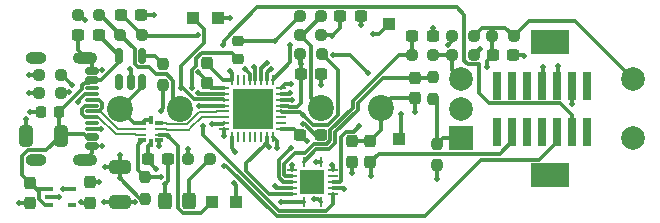
<source format=gbr>
%TF.GenerationSoftware,KiCad,Pcbnew,9.0.2*%
%TF.CreationDate,2025-10-12T11:55:11+02:00*%
%TF.ProjectId,synthmate_L432,73796e74-686d-4617-9465-5f4c3433322e,rev?*%
%TF.SameCoordinates,Original*%
%TF.FileFunction,Copper,L1,Top*%
%TF.FilePolarity,Positive*%
%FSLAX46Y46*%
G04 Gerber Fmt 4.6, Leading zero omitted, Abs format (unit mm)*
G04 Created by KiCad (PCBNEW 9.0.2) date 2025-10-12 11:55:11*
%MOMM*%
%LPD*%
G01*
G04 APERTURE LIST*
G04 Aperture macros list*
%AMRoundRect*
0 Rectangle with rounded corners*
0 $1 Rounding radius*
0 $2 $3 $4 $5 $6 $7 $8 $9 X,Y pos of 4 corners*
0 Add a 4 corners polygon primitive as box body*
4,1,4,$2,$3,$4,$5,$6,$7,$8,$9,$2,$3,0*
0 Add four circle primitives for the rounded corners*
1,1,$1+$1,$2,$3*
1,1,$1+$1,$4,$5*
1,1,$1+$1,$6,$7*
1,1,$1+$1,$8,$9*
0 Add four rect primitives between the rounded corners*
20,1,$1+$1,$2,$3,$4,$5,0*
20,1,$1+$1,$4,$5,$6,$7,0*
20,1,$1+$1,$6,$7,$8,$9,0*
20,1,$1+$1,$8,$9,$2,$3,0*%
G04 Aperture macros list end*
%TA.AperFunction,SMDPad,CuDef*%
%ADD10R,1.000000X1.000000*%
%TD*%
%TA.AperFunction,ComponentPad*%
%ADD11C,2.200000*%
%TD*%
%TA.AperFunction,SMDPad,CuDef*%
%ADD12R,0.280000X0.850000*%
%TD*%
%TA.AperFunction,SMDPad,CuDef*%
%ADD13R,0.850000X0.280000*%
%TD*%
%TA.AperFunction,SMDPad,CuDef*%
%ADD14R,2.050000X2.050000*%
%TD*%
%TA.AperFunction,SMDPad,CuDef*%
%ADD15RoundRect,0.237500X0.237500X-0.300000X0.237500X0.300000X-0.237500X0.300000X-0.237500X-0.300000X0*%
%TD*%
%TA.AperFunction,SMDPad,CuDef*%
%ADD16RoundRect,0.237500X-0.250000X-0.237500X0.250000X-0.237500X0.250000X0.237500X-0.250000X0.237500X0*%
%TD*%
%TA.AperFunction,SMDPad,CuDef*%
%ADD17RoundRect,0.218750X0.218750X0.256250X-0.218750X0.256250X-0.218750X-0.256250X0.218750X-0.256250X0*%
%TD*%
%TA.AperFunction,SMDPad,CuDef*%
%ADD18RoundRect,0.237500X-0.300000X-0.237500X0.300000X-0.237500X0.300000X0.237500X-0.300000X0.237500X0*%
%TD*%
%TA.AperFunction,SMDPad,CuDef*%
%ADD19R,0.704800X0.300000*%
%TD*%
%TA.AperFunction,SMDPad,CuDef*%
%ADD20R,0.704850X0.249936*%
%TD*%
%TA.AperFunction,SMDPad,CuDef*%
%ADD21R,0.350012X0.754888*%
%TD*%
%TA.AperFunction,SMDPad,CuDef*%
%ADD22RoundRect,0.218750X-0.256250X0.218750X-0.256250X-0.218750X0.256250X-0.218750X0.256250X0.218750X0*%
%TD*%
%TA.AperFunction,SMDPad,CuDef*%
%ADD23RoundRect,0.100000X-0.225000X-0.100000X0.225000X-0.100000X0.225000X0.100000X-0.225000X0.100000X0*%
%TD*%
%TA.AperFunction,SMDPad,CuDef*%
%ADD24RoundRect,0.237500X0.250000X0.237500X-0.250000X0.237500X-0.250000X-0.237500X0.250000X-0.237500X0*%
%TD*%
%TA.AperFunction,SMDPad,CuDef*%
%ADD25RoundRect,0.237500X-0.237500X0.300000X-0.237500X-0.300000X0.237500X-0.300000X0.237500X0.300000X0*%
%TD*%
%TA.AperFunction,SMDPad,CuDef*%
%ADD26R,0.740000X2.400000*%
%TD*%
%TA.AperFunction,SMDPad,CuDef*%
%ADD27RoundRect,0.237500X-0.237500X0.250000X-0.237500X-0.250000X0.237500X-0.250000X0.237500X0.250000X0*%
%TD*%
%TA.AperFunction,SMDPad,CuDef*%
%ADD28RoundRect,0.237500X0.237500X-0.250000X0.237500X0.250000X-0.237500X0.250000X-0.237500X-0.250000X0*%
%TD*%
%TA.AperFunction,SMDPad,CuDef*%
%ADD29RoundRect,0.150000X0.150000X-0.512500X0.150000X0.512500X-0.150000X0.512500X-0.150000X-0.512500X0*%
%TD*%
%TA.AperFunction,SMDPad,CuDef*%
%ADD30RoundRect,0.150000X-0.425000X0.150000X-0.425000X-0.150000X0.425000X-0.150000X0.425000X0.150000X0*%
%TD*%
%TA.AperFunction,SMDPad,CuDef*%
%ADD31RoundRect,0.075000X-0.500000X0.075000X-0.500000X-0.075000X0.500000X-0.075000X0.500000X0.075000X0*%
%TD*%
%TA.AperFunction,HeatsinkPad*%
%ADD32O,2.100000X1.000000*%
%TD*%
%TA.AperFunction,HeatsinkPad*%
%ADD33O,1.800000X1.000000*%
%TD*%
%TA.AperFunction,SMDPad,CuDef*%
%ADD34RoundRect,0.237500X0.300000X0.237500X-0.300000X0.237500X-0.300000X-0.237500X0.300000X-0.237500X0*%
%TD*%
%TA.AperFunction,SMDPad,CuDef*%
%ADD35RoundRect,0.250000X-0.325000X-0.450000X0.325000X-0.450000X0.325000X0.450000X-0.325000X0.450000X0*%
%TD*%
%TA.AperFunction,SMDPad,CuDef*%
%ADD36RoundRect,0.250000X0.325000X0.650000X-0.325000X0.650000X-0.325000X-0.650000X0.325000X-0.650000X0*%
%TD*%
%TA.AperFunction,HeatsinkPad*%
%ADD37R,3.450000X3.450000*%
%TD*%
%TA.AperFunction,SMDPad,CuDef*%
%ADD38RoundRect,0.062500X0.062500X0.375000X-0.062500X0.375000X-0.062500X-0.375000X0.062500X-0.375000X0*%
%TD*%
%TA.AperFunction,SMDPad,CuDef*%
%ADD39RoundRect,0.062500X0.375000X0.062500X-0.375000X0.062500X-0.375000X-0.062500X0.375000X-0.062500X0*%
%TD*%
%TA.AperFunction,SMDPad,CuDef*%
%ADD40RoundRect,0.250000X-0.650000X0.325000X-0.650000X-0.325000X0.650000X-0.325000X0.650000X0.325000X0*%
%TD*%
%TA.AperFunction,ComponentPad*%
%ADD41R,2.000000X2.000000*%
%TD*%
%TA.AperFunction,ComponentPad*%
%ADD42C,2.000000*%
%TD*%
%TA.AperFunction,ComponentPad*%
%ADD43R,3.200000X2.000000*%
%TD*%
%TA.AperFunction,ViaPad*%
%ADD44C,0.500000*%
%TD*%
%TA.AperFunction,Conductor*%
%ADD45C,0.300000*%
%TD*%
%TA.AperFunction,Conductor*%
%ADD46C,0.200000*%
%TD*%
G04 APERTURE END LIST*
D10*
%TO.P,TP6,1,1*%
%TO.N,LPUART_TX*%
X124410000Y-49580000D03*
%TD*%
%TO.P,TP5,1,1*%
%TO.N,LPUART_RX*%
X123530000Y-39810000D03*
%TD*%
%TO.P,TP4,1,1*%
%TO.N,usb_switch*%
X109090000Y-39340000D03*
%TD*%
%TO.P,TP3,1,1*%
%TO.N,Net-(U1-PA15)*%
X110590000Y-54890000D03*
%TD*%
%TO.P,TP2,1,1*%
%TO.N,USART1_RX*%
X108530000Y-54880000D03*
%TD*%
%TO.P,TP1,1,1*%
%TO.N,Net-(U1-PA9)*%
X107000000Y-39340000D03*
%TD*%
D11*
%TO.P,SW2,2,2*%
%TO.N,Net-(R10-Pad1)*%
X105880000Y-47000000D03*
%TO.P,SW2,1,1*%
%TO.N,GND*%
X100800000Y-47000000D03*
%TD*%
D12*
%TO.P,U6,1*%
%TO.N,Net-(C6-Pad1)*%
X116315000Y-51505000D03*
D13*
%TO.P,U6,2*%
%TO.N,enc_A*%
X115340000Y-52230000D03*
%TO.P,U6,3*%
%TO.N,Net-(C7-Pad1)*%
X115340000Y-52730000D03*
%TO.P,U6,4*%
%TO.N,enc_B*%
X115340000Y-53230000D03*
%TO.P,U6,5*%
%TO.N,Net-(C10-Pad1)*%
X115340000Y-53730000D03*
%TO.P,U6,6*%
%TO.N,BOOT0*%
X115340000Y-54230000D03*
D12*
%TO.P,U6,7,GND*%
%TO.N,GND*%
X116315000Y-54955000D03*
%TO.P,U6,8*%
%TO.N,pushbutton_A*%
X117815000Y-54955000D03*
D13*
%TO.P,U6,9*%
%TO.N,Net-(C8-Pad1)*%
X118790000Y-54230000D03*
%TO.P,U6,10*%
%TO.N,pushbutton_B*%
X118790000Y-53730000D03*
%TO.P,U6,11*%
%TO.N,Net-(C9-Pad1)*%
X118790000Y-53230000D03*
%TO.P,U6,12*%
%TO.N,unconnected-(U6-Pad12)*%
X118790000Y-52730000D03*
%TO.P,U6,13*%
%TO.N,GND*%
X118790000Y-52230000D03*
D12*
%TO.P,U6,14,3.3V*%
%TO.N,3V3*%
X117815000Y-51505000D03*
D14*
%TO.P,U6,15*%
%TO.N,N/C*%
X117065000Y-53230000D03*
%TD*%
D15*
%TO.P,C13,2*%
%TO.N,GND*%
X120380000Y-49775000D03*
%TO.P,C13,1*%
%TO.N,3V3*%
X120380000Y-51500000D03*
%TD*%
D16*
%TO.P,R13,1*%
%TO.N,Net-(R11-Pad1)*%
X115985000Y-40740000D03*
%TO.P,R13,2*%
%TO.N,Net-(C9-Pad1)*%
X117810000Y-40740000D03*
%TD*%
D17*
%TO.P,D2,1,K*%
%TO.N,5V*%
X95637500Y-47300000D03*
%TO.P,D2,2,A*%
%TO.N,GND*%
X94062500Y-47300000D03*
%TD*%
D16*
%TO.P,R6,1*%
%TO.N,Net-(R6-Pad1)*%
X128887500Y-42500000D03*
%TO.P,R6,2*%
%TO.N,3V3*%
X130712500Y-42500000D03*
%TD*%
D18*
%TO.P,C15,1*%
%TO.N,3V3*%
X103137500Y-51300000D03*
%TO.P,C15,2*%
%TO.N,GND*%
X104862500Y-51300000D03*
%TD*%
D19*
%TO.P,U2,1,1D+*%
%TO.N,USART1_TX*%
X104117400Y-49702445D03*
D20*
%TO.P,U2,2,1D-*%
%TO.N,USART1_RX*%
X104117400Y-49202444D03*
%TO.P,U2,3,2D+*%
%TO.N,/usb_mcu_P*%
X104117400Y-48702444D03*
D19*
%TO.P,U2,4,2D-*%
%TO.N,/usb_mcu_N*%
X104117400Y-48202443D03*
D21*
%TO.P,U2,5,GND*%
%TO.N,GND*%
X103390000Y-48000000D03*
D19*
%TO.P,U2,6,\u002AOE*%
X102662600Y-48202443D03*
D20*
%TO.P,U2,7,D-*%
%TO.N,/usb_N*%
X102662600Y-48702444D03*
%TO.P,U2,8,D+*%
%TO.N,/usb_P*%
X102662600Y-49202444D03*
D19*
%TO.P,U2,9,S*%
%TO.N,usb_switch*%
X102662600Y-49702445D03*
D21*
%TO.P,U2,10,VCC*%
%TO.N,3V3*%
X103390000Y-49904888D03*
%TD*%
D22*
%TO.P,D3,1,K*%
%TO.N,3V3*%
X110780000Y-41245000D03*
%TO.P,D3,2,A*%
%TO.N,USART1_RX*%
X110780000Y-42820000D03*
%TD*%
D18*
%TO.P,C10,1*%
%TO.N,Net-(C10-Pad1)*%
X132350000Y-42500000D03*
%TO.P,C10,2*%
%TO.N,GND*%
X134075000Y-42500000D03*
%TD*%
D23*
%TO.P,U3,1,VIN*%
%TO.N,5V*%
X94780000Y-53840000D03*
%TO.P,U3,2,GND*%
%TO.N,GND*%
X94780000Y-54490000D03*
%TO.P,U3,3,EN*%
%TO.N,5V*%
X94780000Y-55140000D03*
%TO.P,U3,4,NC*%
%TO.N,unconnected-(U3-NC-Pad4)*%
X96680000Y-55140000D03*
%TO.P,U3,5,VOUT*%
%TO.N,3V3*%
X96680000Y-53840000D03*
%TD*%
D24*
%TO.P,R11,1*%
%TO.N,Net-(R11-Pad1)*%
X117810000Y-39190000D03*
%TO.P,R11,2*%
%TO.N,3V3*%
X115985000Y-39190000D03*
%TD*%
D25*
%TO.P,C6,1*%
%TO.N,Net-(C6-Pad1)*%
X125750000Y-44420000D03*
%TO.P,C6,2*%
%TO.N,GND*%
X125750000Y-46145000D03*
%TD*%
D18*
%TO.P,C12,1*%
%TO.N,3V3*%
X116037500Y-49240000D03*
%TO.P,C12,2*%
%TO.N,GND*%
X117762500Y-49240000D03*
%TD*%
D24*
%TO.P,R1,1*%
%TO.N,Net-(R1-Pad1)*%
X130712500Y-40900000D03*
%TO.P,R1,2*%
%TO.N,3V3*%
X128887500Y-40900000D03*
%TD*%
D16*
%TO.P,R3,1*%
%TO.N,GND*%
X93937500Y-44150000D03*
%TO.P,R3,2*%
%TO.N,Net-(J1-CC2)*%
X95762500Y-44150000D03*
%TD*%
D24*
%TO.P,R5,1*%
%TO.N,NRST*%
X117850000Y-42370000D03*
%TO.P,R5,2*%
%TO.N,3V3*%
X116025000Y-42370000D03*
%TD*%
D15*
%TO.P,C11,2*%
%TO.N,GND*%
X108120000Y-43127500D03*
%TO.P,C11,1*%
%TO.N,3V3*%
X108120000Y-44852500D03*
%TD*%
D16*
%TO.P,R14,1*%
%TO.N,Net-(C10-Pad1)*%
X132287500Y-40900000D03*
%TO.P,R14,2*%
%TO.N,Net-(R1-Pad1)*%
X134112500Y-40900000D03*
%TD*%
D18*
%TO.P,C5,1*%
%TO.N,3V3*%
X116065000Y-44070000D03*
%TO.P,C5,2*%
%TO.N,GND*%
X117790000Y-44070000D03*
%TD*%
D26*
%TO.P,J8,1,NC*%
%TO.N,unconnected-(J8-NC-Pad1)*%
X140330000Y-45050000D03*
%TO.P,J8,2,NC*%
%TO.N,unconnected-(J8-NC-Pad2)*%
X140330000Y-48950000D03*
%TO.P,J8,3,VCC*%
%TO.N,3V3*%
X139060000Y-45050000D03*
%TO.P,J8,4,JTMS/SWDIO*%
%TO.N,SWDIO*%
X139060000Y-48950000D03*
%TO.P,J8,5,GND*%
%TO.N,GND*%
X137790000Y-45050000D03*
%TO.P,J8,6,JCLK/SWCLK*%
%TO.N,SWCLK*%
X137790000Y-48950000D03*
%TO.P,J8,7,GND*%
%TO.N,GND*%
X136520000Y-45050000D03*
%TO.P,J8,8,JTDO/SWO*%
%TO.N,unconnected-(J8-JTDO{slash}SWO-Pad8)*%
X136520000Y-48950000D03*
%TO.P,J8,9,JRCLK/NC*%
%TO.N,unconnected-(J8-JRCLK{slash}NC-Pad9)*%
X135250000Y-45050000D03*
%TO.P,J8,10,JTDI/NC*%
%TO.N,unconnected-(J8-JTDI{slash}NC-Pad10)*%
X135250000Y-48950000D03*
%TO.P,J8,11,GNDDetect*%
%TO.N,unconnected-(J8-GNDDetect-Pad11)*%
X133980000Y-45050000D03*
%TO.P,J8,12,~{RST}*%
%TO.N,NRST*%
X133980000Y-48950000D03*
%TO.P,J8,13,VCP_RX*%
%TO.N,unconnected-(J8-VCP_RX-Pad13)*%
X132710000Y-45050000D03*
%TO.P,J8,14,VCP_TX*%
%TO.N,unconnected-(J8-VCP_TX-Pad14)*%
X132710000Y-48950000D03*
%TD*%
D27*
%TO.P,R16,1*%
%TO.N,Net-(U4-Y)*%
X104450000Y-43197500D03*
%TO.P,R16,2*%
%TO.N,USART1_TX*%
X104450000Y-45022500D03*
%TD*%
%TO.P,R8,1*%
%TO.N,Net-(C6-Pad1)*%
X127300000Y-44370000D03*
%TO.P,R8,2*%
%TO.N,Net-(R7-Pad1)*%
X127300000Y-46195000D03*
%TD*%
D28*
%TO.P,R18,1*%
%TO.N,3V3*%
X102930000Y-54620000D03*
%TO.P,R18,2*%
%TO.N,usb_switch*%
X102930000Y-52795000D03*
%TD*%
D16*
%TO.P,R4,1*%
%TO.N,LED*%
X106575000Y-51300000D03*
%TO.P,R4,2*%
%TO.N,Net-(D1-A)*%
X108400000Y-51300000D03*
%TD*%
D24*
%TO.P,R10,2*%
%TO.N,3V3*%
X97185000Y-39080000D03*
%TO.P,R10,1*%
%TO.N,Net-(R10-Pad1)*%
X99010000Y-39080000D03*
%TD*%
D29*
%TO.P,U4,1,NC*%
%TO.N,unconnected-(U4-NC-Pad1)*%
X100730000Y-44795000D03*
%TO.P,U4,2,A*%
%TO.N,Net-(U1-PA9)*%
X101680000Y-44795000D03*
%TO.P,U4,3,GND*%
%TO.N,GND*%
X102630000Y-44795000D03*
%TO.P,U4,4,Y*%
%TO.N,Net-(U4-Y)*%
X102630000Y-42520000D03*
%TO.P,U4,5,VCC*%
%TO.N,5V*%
X100730000Y-42520000D03*
%TD*%
D15*
%TO.P,C2,2*%
%TO.N,GND*%
X121980000Y-49775000D03*
%TO.P,C2,1*%
%TO.N,NRST*%
X121980000Y-51500000D03*
%TD*%
D30*
%TO.P,J1,A1,GND*%
%TO.N,GND*%
X98430000Y-43800000D03*
%TO.P,J1,A4,VBUS*%
%TO.N,5V*%
X98430000Y-44600000D03*
D31*
%TO.P,J1,A5,CC1*%
%TO.N,Net-(J1-CC1)*%
X98430000Y-45750000D03*
%TO.P,J1,A6,D+*%
%TO.N,/usb_P*%
X98430000Y-46750000D03*
%TO.P,J1,A7,D-*%
%TO.N,/usb_N*%
X98430000Y-47250000D03*
%TO.P,J1,A8,SBU1*%
%TO.N,unconnected-(J1-SBU1-PadA8)*%
X98430000Y-48250000D03*
D30*
%TO.P,J1,A9,VBUS*%
%TO.N,5V*%
X98430000Y-49400000D03*
%TO.P,J1,A12,GND*%
%TO.N,GND*%
X98430000Y-50200000D03*
%TO.P,J1,B1,GND*%
X98430000Y-50200000D03*
%TO.P,J1,B4,VBUS*%
%TO.N,5V*%
X98430000Y-49400000D03*
D31*
%TO.P,J1,B5,CC2*%
%TO.N,Net-(J1-CC2)*%
X98430000Y-48750000D03*
%TO.P,J1,B6,D+*%
%TO.N,/usb_P*%
X98430000Y-47750000D03*
%TO.P,J1,B7,D-*%
%TO.N,/usb_N*%
X98430000Y-46250000D03*
%TO.P,J1,B8,SBU2*%
%TO.N,unconnected-(J1-SBU2-PadB8)*%
X98430000Y-45250000D03*
D30*
%TO.P,J1,B9,VBUS*%
%TO.N,5V*%
X98430000Y-44600000D03*
%TO.P,J1,B12,GND*%
%TO.N,GND*%
X98430000Y-43800000D03*
D32*
%TO.P,J1,S1,SHIELD*%
X97855000Y-42680000D03*
D33*
X93675000Y-42680000D03*
D32*
X97855000Y-51320000D03*
D33*
X93675000Y-51320000D03*
%TD*%
D34*
%TO.P,C16,1*%
%TO.N,5V*%
X98960000Y-40740000D03*
%TO.P,C16,2*%
%TO.N,GND*%
X97235000Y-40740000D03*
%TD*%
D35*
%TO.P,D1,1,K*%
%TO.N,GND*%
X104590000Y-54830000D03*
%TO.P,D1,2,A*%
%TO.N,Net-(D1-A)*%
X106640000Y-54830000D03*
%TD*%
D18*
%TO.P,C9,1*%
%TO.N,Net-(C9-Pad1)*%
X119435000Y-39190000D03*
%TO.P,C9,2*%
%TO.N,GND*%
X121160000Y-39190000D03*
%TD*%
D27*
%TO.P,R7,1*%
%TO.N,Net-(R7-Pad1)*%
X127660000Y-49990000D03*
%TO.P,R7,2*%
%TO.N,3V3*%
X127660000Y-51815000D03*
%TD*%
D25*
%TO.P,C4,1*%
%TO.N,3V3*%
X98250000Y-53237500D03*
%TO.P,C4,2*%
%TO.N,GND*%
X98250000Y-54962500D03*
%TD*%
D36*
%TO.P,C1,1*%
%TO.N,5V*%
X95775000Y-49300000D03*
%TO.P,C1,2*%
%TO.N,GND*%
X92825000Y-49300000D03*
%TD*%
D18*
%TO.P,C8,1*%
%TO.N,Net-(C8-Pad1)*%
X100830000Y-39080000D03*
%TO.P,C8,2*%
%TO.N,GND*%
X102555000Y-39080000D03*
%TD*%
D16*
%TO.P,R12,1*%
%TO.N,Net-(R10-Pad1)*%
X100815000Y-40760000D03*
%TO.P,R12,2*%
%TO.N,Net-(C8-Pad1)*%
X102640000Y-40760000D03*
%TD*%
D25*
%TO.P,C3,1*%
%TO.N,5V*%
X93170000Y-53277500D03*
%TO.P,C3,2*%
%TO.N,GND*%
X93170000Y-55002500D03*
%TD*%
D16*
%TO.P,R2,1*%
%TO.N,GND*%
X93937500Y-45700000D03*
%TO.P,R2,2*%
%TO.N,Net-(J1-CC1)*%
X95762500Y-45700000D03*
%TD*%
D37*
%TO.P,U1,33,VSS*%
%TO.N,GND*%
X112000000Y-47000000D03*
D38*
%TO.P,U1,32,VSS*%
X113750000Y-49437500D03*
%TO.P,U1,31,PH3*%
%TO.N,BOOT0*%
X113250000Y-49437500D03*
%TO.P,U1,30,PB7*%
%TO.N,PB7*%
X112750000Y-49437500D03*
%TO.P,U1,29,PB6*%
%TO.N,PB6*%
X112250000Y-49437500D03*
%TO.P,U1,28,PB5*%
%TO.N,PB5*%
X111750000Y-49437500D03*
%TO.P,U1,27,PB4*%
%TO.N,PB4*%
X111250000Y-49437500D03*
%TO.P,U1,26,PB3*%
%TO.N,PB3*%
X110750000Y-49437500D03*
%TO.P,U1,25,PA15*%
%TO.N,Net-(U1-PA15)*%
X110250000Y-49437500D03*
D39*
%TO.P,U1,24,PA14*%
%TO.N,SWCLK*%
X109562500Y-48750000D03*
%TO.P,U1,23,PA13*%
%TO.N,SWDIO*%
X109562500Y-48250000D03*
%TO.P,U1,22,PA12*%
%TO.N,/usb_mcu_P*%
X109562500Y-47750000D03*
%TO.P,U1,21,PA11*%
%TO.N,/usb_mcu_N*%
X109562500Y-47250000D03*
%TO.P,U1,20,PA10*%
%TO.N,USART1_RX*%
X109562500Y-46750000D03*
%TO.P,U1,19,PA9*%
%TO.N,Net-(U1-PA9)*%
X109562500Y-46250000D03*
%TO.P,U1,18,PA8*%
%TO.N,LED*%
X109562500Y-45750000D03*
%TO.P,U1,17,VDD*%
%TO.N,3V3*%
X109562500Y-45250000D03*
D38*
%TO.P,U1,16,VSS*%
%TO.N,GND*%
X110250000Y-44562500D03*
%TO.P,U1,15,PB1*%
%TO.N,PB1*%
X110750000Y-44562500D03*
%TO.P,U1,14,PB0*%
%TO.N,PB0*%
X111250000Y-44562500D03*
%TO.P,U1,13,PA7*%
%TO.N,usb_switch*%
X111750000Y-44562500D03*
%TO.P,U1,12,PA6*%
%TO.N,pushbutton_B*%
X112250000Y-44562500D03*
%TO.P,U1,11,PA5*%
%TO.N,pushbutton_A*%
X112750000Y-44562500D03*
%TO.P,U1,10,PA4*%
%TO.N,BOOT0*%
X113250000Y-44562500D03*
%TO.P,U1,9,PA3*%
%TO.N,LPUART_RX*%
X113750000Y-44562500D03*
D39*
%TO.P,U1,8,PA2*%
%TO.N,LPUART_TX*%
X114437500Y-45250000D03*
%TO.P,U1,7,PA1*%
%TO.N,enc_A*%
X114437500Y-45750000D03*
%TO.P,U1,6,PA0*%
%TO.N,enc_B*%
X114437500Y-46250000D03*
%TO.P,U1,5,VDDA*%
%TO.N,3V3*%
X114437500Y-46750000D03*
%TO.P,U1,4,NRST*%
%TO.N,NRST*%
X114437500Y-47250000D03*
%TO.P,U1,3,PC15*%
%TO.N,unconnected-(U1-PC15-Pad3)*%
X114437500Y-47750000D03*
%TO.P,U1,2,PC14*%
%TO.N,unconnected-(U1-PC14-Pad2)*%
X114437500Y-48250000D03*
%TO.P,U1,1,VDD*%
%TO.N,3V3*%
X114437500Y-48750000D03*
%TD*%
D40*
%TO.P,C14,1*%
%TO.N,3V3*%
X100750000Y-51975000D03*
%TO.P,C14,2*%
%TO.N,GND*%
X100750000Y-54925000D03*
%TD*%
D16*
%TO.P,R9,1*%
%TO.N,Net-(C7-Pad1)*%
X125487500Y-42500000D03*
%TO.P,R9,2*%
%TO.N,Net-(R6-Pad1)*%
X127312500Y-42500000D03*
%TD*%
D18*
%TO.P,C7,1*%
%TO.N,Net-(C7-Pad1)*%
X125537500Y-40900000D03*
%TO.P,C7,2*%
%TO.N,GND*%
X127262500Y-40900000D03*
%TD*%
D41*
%TO.P,SW1,A,A*%
%TO.N,Net-(R7-Pad1)*%
X129680000Y-49500000D03*
D42*
%TO.P,SW1,B,B*%
%TO.N,Net-(R6-Pad1)*%
X129680000Y-44500000D03*
%TO.P,SW1,C,C*%
%TO.N,GND*%
X129680000Y-47000000D03*
D43*
%TO.P,SW1,MP*%
%TO.N,N/C*%
X137180000Y-41400000D03*
X137180000Y-52600000D03*
D42*
%TO.P,SW1,S1,S1*%
%TO.N,Net-(R1-Pad1)*%
X144180000Y-44500000D03*
%TO.P,SW1,S2,S2*%
%TO.N,GND*%
X144180000Y-49500000D03*
%TD*%
D11*
%TO.P,SW3,1,1*%
%TO.N,Net-(R11-Pad1)*%
X117833733Y-46990000D03*
%TO.P,SW3,2,2*%
%TO.N,GND*%
X122913733Y-46990000D03*
%TD*%
D44*
%TO.N,LPUART_TX*%
X118830000Y-42480000D03*
X115260000Y-44950000D03*
X124580000Y-47460000D03*
X121790000Y-44010000D03*
%TO.N,LPUART_RX*%
X115210000Y-41590000D03*
X122190000Y-40650000D03*
%TO.N,3V3*%
X116065000Y-43190000D03*
%TO.N,usb_switch*%
X110110000Y-39370000D03*
%TO.N,Net-(U1-PA15)*%
X110540000Y-50670000D03*
X110460000Y-53320000D03*
%TO.N,GND*%
X114090000Y-50320000D03*
%TO.N,3V3*%
X116590000Y-49780000D03*
%TO.N,Net-(J1-CC1)*%
X96488238Y-45607896D03*
X97260000Y-46410000D03*
%TO.N,GND*%
X112070000Y-46990000D03*
X110090000Y-43800000D03*
%TO.N,3V3*%
X120390000Y-52490000D03*
X117340000Y-51530000D03*
X100770000Y-50940000D03*
X113860000Y-41245000D03*
X107410000Y-43940000D03*
%TO.N,GND*%
X103680000Y-39080000D03*
%TO.N,3V3*%
X103804106Y-52105894D03*
%TO.N,GND*%
X114380000Y-54940000D03*
X118700000Y-51760000D03*
X125730000Y-47290000D03*
X116280000Y-48340000D03*
X117800000Y-45010000D03*
X121150000Y-39910000D03*
%TO.N,Net-(U1-PA9)*%
X101625000Y-43695000D03*
X105920000Y-45260000D03*
%TO.N,SWDIO*%
X108590000Y-48310000D03*
X109540000Y-41620000D03*
%TO.N,SWCLK*%
X109560000Y-51830000D03*
X109560000Y-49310000D03*
%TO.N,Net-(C10-Pad1)*%
X131850000Y-43490000D03*
X113890000Y-53600000D03*
%TO.N,Net-(C9-Pad1)*%
X118740000Y-40850000D03*
X121040000Y-48510000D03*
%TO.N,Net-(C8-Pad1)*%
X107350000Y-40760000D03*
X107810000Y-48470000D03*
%TO.N,pushbutton_B*%
X112130000Y-43460000D03*
X119770000Y-53810000D03*
%TO.N,pushbutton_A*%
X117190000Y-54680000D03*
X113210161Y-43124132D03*
%TO.N,BOOT0*%
X113420000Y-50290000D03*
X113530000Y-43690000D03*
%TO.N,NRST*%
X122020000Y-52750000D03*
X116310000Y-47550000D03*
%TO.N,enc_B*%
X115300000Y-46308514D03*
X115280000Y-50320000D03*
%TO.N,enc_A*%
X115330000Y-51820000D03*
X115180000Y-45660000D03*
%TO.N,USART1_RX*%
X106860000Y-45230000D03*
%TO.N,Net-(J1-CC2)*%
X99180000Y-48730000D03*
%TO.N,usb_switch*%
X111330000Y-43640000D03*
X104240000Y-52800000D03*
%TO.N,LED*%
X106560000Y-50450000D03*
X107400000Y-45650000D03*
%TO.N,USART1_TX*%
X104280000Y-47250000D03*
X104110000Y-50140000D03*
%TO.N,USART1_RX*%
X107440000Y-46770000D03*
X104830000Y-49290000D03*
%TO.N,3V3*%
X99470000Y-51980000D03*
X100760000Y-52910000D03*
X128540000Y-41620000D03*
X97815000Y-39470000D03*
X95960000Y-53850000D03*
X131270000Y-41920000D03*
X127660000Y-53000000D03*
X99040000Y-53240000D03*
X139070000Y-46620000D03*
%TO.N,GND*%
X99450000Y-54950000D03*
X95610000Y-54530000D03*
X102010000Y-54940000D03*
X127270000Y-40140000D03*
X137860000Y-43420000D03*
X93080000Y-45670000D03*
X92200000Y-54970000D03*
X99290000Y-50160000D03*
X92810000Y-47850000D03*
X93140000Y-47290000D03*
X97460000Y-54940000D03*
X136570000Y-43450000D03*
X99260000Y-43770000D03*
X104610000Y-53430000D03*
X93060000Y-44160000D03*
X134970000Y-42510000D03*
%TO.N,Net-(J1-CC2)*%
X96690000Y-44990000D03*
%TD*%
D45*
%TO.N,SWCLK*%
X109560000Y-51830000D02*
X109770000Y-51830000D01*
X114032000Y-56092000D02*
X126578000Y-56092000D01*
X126578000Y-56092000D02*
X131351000Y-51319000D01*
X109770000Y-51830000D02*
X114032000Y-56092000D01*
X131351000Y-51319000D02*
X136283000Y-51319000D01*
X136283000Y-51319000D02*
X137790000Y-49812000D01*
%TO.N,NRST*%
X133980000Y-49780000D02*
X132950000Y-50810000D01*
X132950000Y-50810000D02*
X122670000Y-50810000D01*
X122670000Y-50810000D02*
X121980000Y-51500000D01*
%TO.N,Net-(C8-Pad1)*%
X107350000Y-40760000D02*
X107241000Y-40869000D01*
X107241000Y-40869000D02*
X102749000Y-40869000D01*
X102749000Y-40869000D02*
X102640000Y-40760000D01*
%TO.N,BOOT0*%
X115340000Y-54230000D02*
X113389052Y-54230000D01*
X112956516Y-50156000D02*
X113156000Y-49956516D01*
X113250000Y-49860000D02*
X113250000Y-49437500D01*
X111480000Y-52320948D02*
X111480000Y-51630000D01*
X112954000Y-50156000D02*
X112956516Y-50156000D01*
X113156000Y-49954000D02*
X113250000Y-49860000D01*
X113389052Y-54230000D02*
X111480000Y-52320948D01*
X111480000Y-51630000D02*
X112954000Y-50156000D01*
X113156000Y-49956516D02*
X113156000Y-49954000D01*
%TO.N,Net-(C8-Pad1)*%
X107810000Y-48470000D02*
X107810000Y-49260474D01*
X118790000Y-55107000D02*
X118790000Y-54230000D01*
X107810000Y-49260474D02*
X114210526Y-55661000D01*
X118236000Y-55661000D02*
X118790000Y-55107000D01*
X114210526Y-55661000D02*
X118236000Y-55661000D01*
%TO.N,LPUART_TX*%
X118830000Y-42480000D02*
X120230000Y-42480000D01*
X120230000Y-42480000D02*
X121760000Y-44010000D01*
X121760000Y-44010000D02*
X121790000Y-44010000D01*
X124580000Y-47460000D02*
X124580000Y-49410000D01*
X114437500Y-45250000D02*
X114737500Y-44950000D01*
X114737500Y-44950000D02*
X115260000Y-44950000D01*
X124580000Y-49410000D02*
X124410000Y-49580000D01*
%TO.N,LPUART_RX*%
X113750000Y-44562500D02*
X115210000Y-43102500D01*
X115210000Y-43102500D02*
X115210000Y-41590000D01*
X122190000Y-40650000D02*
X122690000Y-40650000D01*
X122690000Y-40650000D02*
X123530000Y-39810000D01*
%TO.N,3V3*%
X116065000Y-44070000D02*
X116065000Y-43190000D01*
X116025000Y-42370000D02*
X116025000Y-43150000D01*
X116025000Y-43150000D02*
X116065000Y-43190000D01*
%TO.N,usb_switch*%
X110080000Y-39340000D02*
X110110000Y-39370000D01*
X109090000Y-39340000D02*
X110080000Y-39340000D01*
%TO.N,Net-(U1-PA9)*%
X107000000Y-39340000D02*
X107901000Y-40241000D01*
X107901000Y-40241000D02*
X107901000Y-41459474D01*
X107901000Y-41459474D02*
X105920000Y-43440474D01*
X105920000Y-43440474D02*
X105920000Y-45260000D01*
%TO.N,USART1_RX*%
X110780000Y-42820000D02*
X110219000Y-42259000D01*
X106859000Y-43711768D02*
X106859000Y-44168232D01*
X107244000Y-43389000D02*
X107181768Y-43389000D01*
X110219000Y-42259000D02*
X107711000Y-42259000D01*
X107711000Y-42259000D02*
X107244000Y-42726000D01*
X107244000Y-42726000D02*
X107244000Y-43389000D01*
X107181768Y-43389000D02*
X106859000Y-43711768D01*
X106859000Y-44168232D02*
X106860000Y-44169232D01*
X106860000Y-44169232D02*
X106860000Y-45230000D01*
%TO.N,GND*%
X110250000Y-44562500D02*
X109485000Y-44562500D01*
X109485000Y-44562500D02*
X108120000Y-43197500D01*
X108120000Y-43197500D02*
X108120000Y-43127500D01*
%TO.N,3V3*%
X109562500Y-45250000D02*
X108447500Y-45250000D01*
X108447500Y-45250000D02*
X108120000Y-44922500D01*
X108120000Y-44922500D02*
X108120000Y-44852500D01*
%TO.N,Net-(U1-PA15)*%
X110590000Y-54890000D02*
X110590000Y-53450000D01*
X110590000Y-53450000D02*
X110460000Y-53320000D01*
X110250000Y-50380000D02*
X110250000Y-49437500D01*
X110540000Y-50670000D02*
X110250000Y-50380000D01*
%TO.N,USART1_RX*%
X104830000Y-49290000D02*
X105681000Y-50141000D01*
X105681000Y-50141000D02*
X105681000Y-55403874D01*
X105681000Y-55403874D02*
X106088126Y-55811000D01*
X107599000Y-55811000D02*
X108530000Y-54880000D01*
X106088126Y-55811000D02*
X107599000Y-55811000D01*
%TO.N,GND*%
X104610000Y-53430000D02*
X104862500Y-53177500D01*
X104862500Y-53177500D02*
X104862500Y-51300000D01*
X104590000Y-54830000D02*
X104590000Y-53450000D01*
X104590000Y-53450000D02*
X104610000Y-53430000D01*
%TO.N,Net-(D1-A)*%
X106640000Y-54830000D02*
X106640000Y-53060000D01*
X106640000Y-53060000D02*
X108400000Y-51300000D01*
%TO.N,NRST*%
X114437500Y-47250000D02*
X114487500Y-47300000D01*
X116060000Y-47300000D02*
X116310000Y-47550000D01*
X114487500Y-47300000D02*
X116060000Y-47300000D01*
%TO.N,3V3*%
X114437500Y-46750000D02*
X114962254Y-46750000D01*
X115730486Y-46859514D02*
X116065000Y-46525000D01*
X114962254Y-46750000D02*
X115071768Y-46859514D01*
X115071768Y-46859514D02*
X115730486Y-46859514D01*
X116065000Y-46525000D02*
X116065000Y-44070000D01*
%TO.N,NRST*%
X119214733Y-47562029D02*
X119214733Y-43734733D01*
X116310000Y-47550000D02*
X117131000Y-48371000D01*
X117131000Y-48371000D02*
X118405762Y-48371000D01*
X118405762Y-48371000D02*
X119214733Y-47562029D01*
X119214733Y-43734733D02*
X117850000Y-42370000D01*
%TO.N,Net-(C10-Pad1)*%
X113890000Y-53600000D02*
X114020000Y-53730000D01*
X114020000Y-53730000D02*
X115340000Y-53730000D01*
%TO.N,enc_B*%
X115136033Y-46308514D02*
X115077519Y-46250000D01*
X115300000Y-46308514D02*
X115136033Y-46308514D01*
X115077519Y-46250000D02*
X114437500Y-46250000D01*
%TO.N,GND*%
X114090000Y-49777500D02*
X114090000Y-50320000D01*
X113750000Y-49437500D02*
X114090000Y-49777500D01*
%TO.N,3V3*%
X116050000Y-49240000D02*
X116590000Y-49780000D01*
%TO.N,BOOT0*%
X113420000Y-50290000D02*
X113250000Y-50120000D01*
X113250000Y-50120000D02*
X113250000Y-49437500D01*
%TO.N,Net-(C7-Pad1)*%
X114634000Y-52651000D02*
X114634000Y-51736768D01*
X115340000Y-52730000D02*
X114713000Y-52730000D01*
X115599232Y-50780000D02*
X116430474Y-50780000D01*
X115499768Y-50871000D02*
X115508232Y-50871000D01*
X115508232Y-50871000D02*
X115599232Y-50780000D01*
X114634000Y-51736768D02*
X115499768Y-50871000D01*
X116430474Y-50780000D02*
X117214474Y-49996000D01*
X117214474Y-49996000D02*
X118283852Y-49996000D01*
X120490000Y-46380000D02*
X124370000Y-42500000D01*
X118581000Y-49698852D02*
X118581000Y-48839000D01*
X118283852Y-49996000D02*
X118581000Y-49698852D01*
X114713000Y-52730000D02*
X114634000Y-52651000D01*
X120490000Y-46930000D02*
X120490000Y-46380000D01*
X118581000Y-48839000D02*
X120490000Y-46930000D01*
X124370000Y-42500000D02*
X125487500Y-42500000D01*
%TO.N,3V3*%
X114437500Y-48750000D02*
X115547500Y-48750000D01*
X115547500Y-48750000D02*
X116037500Y-49240000D01*
%TO.N,GND*%
X98430000Y-43800000D02*
X98430000Y-43255000D01*
X98430000Y-43255000D02*
X97855000Y-42680000D01*
X98430000Y-50200000D02*
X98430000Y-50745000D01*
X98430000Y-50745000D02*
X97855000Y-51320000D01*
%TO.N,5V*%
X98430000Y-49400000D02*
X97970000Y-49400000D01*
X97970000Y-49400000D02*
X97734000Y-49164000D01*
X97734000Y-49164000D02*
X95911000Y-49164000D01*
%TO.N,Net-(J1-CC1)*%
X96488238Y-45607896D02*
X95854604Y-45607896D01*
%TO.N,5V*%
X96709000Y-46181768D02*
X96709000Y-46228500D01*
X98337500Y-44600000D02*
X98118500Y-44819000D01*
X98118500Y-44819000D02*
X97780462Y-44819000D01*
X97780462Y-44819000D02*
X97574000Y-45025462D01*
X97574000Y-45363500D02*
X97078500Y-45859000D01*
X97031768Y-45859000D02*
X96709000Y-46181768D01*
X97574000Y-45025462D02*
X97574000Y-45363500D01*
X97078500Y-45859000D02*
X97031768Y-45859000D01*
X96709000Y-46228500D02*
X95637500Y-47300000D01*
%TO.N,Net-(J1-CC1)*%
X97260000Y-46339462D02*
X97260000Y-46410000D01*
X97849462Y-45750000D02*
X97260000Y-46339462D01*
X98430000Y-45750000D02*
X97849462Y-45750000D01*
%TO.N,Net-(J1-CC2)*%
X96690000Y-44990000D02*
X96000000Y-44300000D01*
%TO.N,GND*%
X110250000Y-43960000D02*
X110090000Y-43800000D01*
X110250000Y-44562500D02*
X110250000Y-43960000D01*
%TO.N,3V3*%
X120380000Y-52480000D02*
X120390000Y-52490000D01*
X120380000Y-51500000D02*
X120380000Y-52480000D01*
X117365000Y-51505000D02*
X117340000Y-51530000D01*
X117815000Y-51505000D02*
X117365000Y-51505000D01*
X100750000Y-50960000D02*
X100770000Y-50940000D01*
X100750000Y-51975000D02*
X100750000Y-50960000D01*
X103804106Y-52105894D02*
X103137500Y-51439287D01*
X113930000Y-41245000D02*
X113860000Y-41245000D01*
X108000000Y-44530000D02*
X107410000Y-43940000D01*
X116065000Y-43190000D02*
X116065000Y-42410000D01*
X110780000Y-41245000D02*
X113860000Y-41245000D01*
X113930000Y-41245000D02*
X115985000Y-39190000D01*
%TO.N,GND*%
X102555000Y-39080000D02*
X103680000Y-39080000D01*
X97235000Y-40740000D02*
X97235000Y-42060000D01*
X97235000Y-42060000D02*
X97855000Y-42680000D01*
X102662600Y-48202443D02*
X102002443Y-48202443D01*
X102002443Y-48202443D02*
X100800000Y-47000000D01*
X103390000Y-48000000D02*
X102865043Y-48000000D01*
X102865043Y-48000000D02*
X102662600Y-48202443D01*
X100800000Y-47000000D02*
X102630000Y-45170000D01*
%TO.N,usb_switch*%
X104240000Y-52800000D02*
X103440000Y-52800000D01*
X103440000Y-52800000D02*
X103435000Y-52795000D01*
X103435000Y-52795000D02*
X102930000Y-52795000D01*
%TO.N,3V3*%
X102930000Y-54620000D02*
X102470000Y-54620000D01*
X102470000Y-54620000D02*
X100760000Y-52910000D01*
%TO.N,GND*%
X114395000Y-54955000D02*
X114380000Y-54940000D01*
X116315000Y-54955000D02*
X114395000Y-54955000D01*
X118790000Y-51850000D02*
X118700000Y-51760000D01*
X118790000Y-52230000D02*
X118790000Y-51850000D01*
X125750000Y-47270000D02*
X125730000Y-47290000D01*
X125750000Y-46145000D02*
X125750000Y-47270000D01*
X122913733Y-46990000D02*
X122913733Y-48841267D01*
X122913733Y-48841267D02*
X121980000Y-49775000D01*
X121980000Y-49775000D02*
X120380000Y-49775000D01*
X116414852Y-48340000D02*
X116280000Y-48340000D01*
X117314852Y-49240000D02*
X116414852Y-48340000D01*
X117762500Y-49240000D02*
X117314852Y-49240000D01*
X125750000Y-46145000D02*
X123758733Y-46145000D01*
X123758733Y-46145000D02*
X122913733Y-46990000D01*
X117790000Y-45000000D02*
X117800000Y-45010000D01*
X117790000Y-44070000D02*
X117790000Y-45000000D01*
X121160000Y-39900000D02*
X121150000Y-39910000D01*
X121160000Y-39190000D02*
X121160000Y-39900000D01*
%TO.N,Net-(C9-Pad1)*%
X117810000Y-40740000D02*
X118630000Y-40740000D01*
X118630000Y-40740000D02*
X118740000Y-40850000D01*
%TO.N,Net-(C6-Pad1)*%
X118462378Y-50427000D02*
X119012000Y-49877378D01*
X120921000Y-46558526D02*
X123059526Y-44420000D01*
X119012000Y-49017526D02*
X120921000Y-47108526D01*
X117393000Y-50427000D02*
X118462378Y-50427000D01*
X116315000Y-51505000D02*
X117393000Y-50427000D01*
X119012000Y-49877378D02*
X119012000Y-49017526D01*
X120921000Y-47108526D02*
X120921000Y-46558526D01*
X123059526Y-44420000D02*
X125750000Y-44420000D01*
%TO.N,5V*%
X95775000Y-49300000D02*
X94536000Y-50539000D01*
X94536000Y-50539000D02*
X92951499Y-50539000D01*
X92951499Y-50539000D02*
X92494000Y-50996499D01*
X92494000Y-50996499D02*
X92494000Y-52601500D01*
X92494000Y-52601500D02*
X93170000Y-53277500D01*
X94780000Y-55140000D02*
X94390000Y-55140000D01*
X94390000Y-55140000D02*
X93926000Y-54676000D01*
X93926000Y-54676000D02*
X93926000Y-54033500D01*
X93926000Y-54033500D02*
X93170000Y-53277500D01*
%TO.N,GND*%
X92200000Y-54970000D02*
X93137500Y-54970000D01*
%TO.N,5V*%
X94780000Y-53840000D02*
X93732500Y-53840000D01*
X93732500Y-53840000D02*
X93170000Y-53277500D01*
%TO.N,Net-(U1-PA9)*%
X101680000Y-44795000D02*
X101680000Y-43750000D01*
X101680000Y-43750000D02*
X101625000Y-43695000D01*
X109562500Y-46250000D02*
X109531500Y-46219000D01*
X106093029Y-45260000D02*
X105920000Y-45260000D01*
X109531500Y-46219000D02*
X107052029Y-46219000D01*
X107052029Y-46219000D02*
X106093029Y-45260000D01*
%TO.N,Net-(R10-Pad1)*%
X100815000Y-40760000D02*
X102049000Y-41994000D01*
X102049000Y-41994000D02*
X102049000Y-43215182D01*
X102049000Y-43215182D02*
X102297318Y-43463500D01*
X104754852Y-44100000D02*
X105206000Y-44551148D01*
X103200648Y-43463500D02*
X103837148Y-44100000D01*
X105206000Y-44576000D02*
X105280000Y-44650000D01*
X105280000Y-44650000D02*
X105280000Y-46400000D01*
X102297318Y-43463500D02*
X103200648Y-43463500D01*
X103837148Y-44100000D02*
X104754852Y-44100000D01*
X105206000Y-44551148D02*
X105206000Y-44576000D01*
%TO.N,Net-(C8-Pad1)*%
X100960000Y-39080000D02*
X102640000Y-40760000D01*
%TO.N,Net-(U4-Y)*%
X102630000Y-42520000D02*
X103772500Y-42520000D01*
X103772500Y-42520000D02*
X104450000Y-43197500D01*
%TO.N,5V*%
X98430000Y-44600000D02*
X99209232Y-44600000D01*
X99209232Y-44600000D02*
X100730000Y-43079232D01*
X100730000Y-43079232D02*
X100730000Y-42520000D01*
X98960000Y-40750000D02*
X100730000Y-42520000D01*
%TO.N,Net-(R10-Pad1)*%
X99135000Y-39080000D02*
X100815000Y-40760000D01*
%TO.N,USART1_TX*%
X104280000Y-47250000D02*
X104190000Y-47250000D01*
X104450000Y-46990000D02*
X104450000Y-45022500D01*
X104190000Y-47250000D02*
X104450000Y-46990000D01*
%TO.N,Net-(C10-Pad1)*%
X132287500Y-40900000D02*
X132287500Y-42437500D01*
%TO.N,Net-(R1-Pad1)*%
X130712500Y-40900000D02*
X131468500Y-40144000D01*
X133356500Y-40144000D02*
X134112500Y-40900000D01*
X131468500Y-40144000D02*
X133356500Y-40144000D01*
%TO.N,Net-(R7-Pad1)*%
X129680000Y-49500000D02*
X128150000Y-49500000D01*
X128150000Y-49500000D02*
X127660000Y-49990000D01*
X127660000Y-49990000D02*
X127660000Y-46555000D01*
X127660000Y-46555000D02*
X127300000Y-46195000D01*
%TO.N,Net-(R11-Pad1)*%
X115985000Y-40740000D02*
X116971500Y-41726500D01*
X116971500Y-41726500D02*
X116971500Y-46127767D01*
X116971500Y-46127767D02*
X117833733Y-46990000D01*
%TO.N,Net-(C9-Pad1)*%
X119435000Y-39190000D02*
X119435000Y-40155000D01*
X119435000Y-40155000D02*
X118740000Y-40850000D01*
%TO.N,Net-(R11-Pad1)*%
X116260000Y-40740000D02*
X117810000Y-39190000D01*
%TO.N,3V3*%
X127660000Y-53000000D02*
X127660000Y-51815000D01*
%TO.N,SWDIO*%
X139060000Y-47560000D02*
X138230000Y-46730000D01*
X131183852Y-45655852D02*
X131183852Y-43256000D01*
X139060000Y-48950000D02*
X139060000Y-47560000D01*
X130241148Y-43256000D02*
X129944000Y-42958852D01*
X138021000Y-46531000D02*
X132059000Y-46531000D01*
X138230000Y-46730000D02*
X138220000Y-46730000D01*
X112403186Y-38434000D02*
X109581000Y-41256186D01*
X138220000Y-46730000D02*
X138021000Y-46531000D01*
X132059000Y-46531000D02*
X132059000Y-46520000D01*
X131183852Y-43256000D02*
X130241148Y-43256000D01*
X109581000Y-41579000D02*
X109540000Y-41620000D01*
X132059000Y-46520000D02*
X132048000Y-46520000D01*
X132048000Y-46520000D02*
X131183852Y-45655852D01*
X109581000Y-41256186D02*
X109581000Y-41579000D01*
X129944000Y-42958852D02*
X129944000Y-39106768D01*
X129944000Y-39106768D02*
X129271232Y-38434000D01*
X129271232Y-38434000D02*
X112403186Y-38434000D01*
%TO.N,GND*%
X137860000Y-43420000D02*
X137860000Y-44980000D01*
X136570000Y-43450000D02*
X136570000Y-45000000D01*
%TO.N,SWDIO*%
X108590000Y-48310000D02*
X109502500Y-48310000D01*
X109502500Y-48310000D02*
X109562500Y-48250000D01*
%TO.N,SWCLK*%
X109610000Y-48797500D02*
X109562500Y-48750000D01*
X109610000Y-49260000D02*
X109610000Y-48797500D01*
X109560000Y-49310000D02*
X109610000Y-49260000D01*
%TO.N,Net-(C9-Pad1)*%
X121040000Y-48510000D02*
X120593500Y-48956500D01*
X119496000Y-49381648D02*
X119496000Y-53151000D01*
X119496000Y-53151000D02*
X119417000Y-53230000D01*
X120593500Y-48956500D02*
X119921148Y-48956500D01*
X119921148Y-48956500D02*
X119496000Y-49381648D01*
X119417000Y-53230000D02*
X118790000Y-53230000D01*
%TO.N,Net-(C10-Pad1)*%
X131850000Y-43000000D02*
X132350000Y-42500000D01*
X131850000Y-43490000D02*
X131850000Y-43000000D01*
%TO.N,pushbutton_A*%
X117540000Y-54680000D02*
X117815000Y-54955000D01*
X117190000Y-54680000D02*
X117540000Y-54680000D01*
%TO.N,pushbutton_B*%
X119770000Y-53810000D02*
X119690000Y-53730000D01*
X119690000Y-53730000D02*
X118790000Y-53730000D01*
X112250000Y-44562500D02*
X112250000Y-43580000D01*
X112250000Y-43580000D02*
X112130000Y-43460000D01*
%TO.N,pushbutton_A*%
X113210161Y-43124132D02*
X112750000Y-43584293D01*
X112750000Y-43584293D02*
X112750000Y-44562500D01*
%TO.N,usb_switch*%
X111330000Y-43640000D02*
X111750000Y-44060000D01*
X111750000Y-44060000D02*
X111750000Y-44562500D01*
%TO.N,BOOT0*%
X113530000Y-43690000D02*
X113509484Y-43690000D01*
X113509484Y-43690000D02*
X113250000Y-43949484D01*
X113250000Y-43949484D02*
X113250000Y-44562500D01*
%TO.N,NRST*%
X122020000Y-52750000D02*
X122020000Y-51540000D01*
%TO.N,enc_B*%
X115340000Y-53230000D02*
X114603474Y-53230000D01*
X114603474Y-53230000D02*
X114203000Y-52829526D01*
X114203000Y-51397000D02*
X115280000Y-50320000D01*
X114203000Y-52829526D02*
X114203000Y-51397000D01*
%TO.N,enc_A*%
X114437500Y-45750000D02*
X115090000Y-45750000D01*
X115090000Y-45750000D02*
X115180000Y-45660000D01*
X115330000Y-51820000D02*
X115330000Y-52220000D01*
X115330000Y-52220000D02*
X115340000Y-52230000D01*
%TO.N,Net-(J1-CC2)*%
X99160000Y-48750000D02*
X99180000Y-48730000D01*
X98430000Y-48750000D02*
X99160000Y-48750000D01*
%TO.N,usb_switch*%
X102930000Y-52795000D02*
X102319000Y-52184000D01*
X102319000Y-50046045D02*
X102662600Y-49702445D01*
X102319000Y-52184000D02*
X102319000Y-50046045D01*
%TO.N,3V3*%
X100760000Y-52910000D02*
X100760000Y-51985000D01*
%TO.N,LED*%
X109562500Y-45750000D02*
X107500000Y-45750000D01*
X107500000Y-45750000D02*
X107400000Y-45650000D01*
X106560000Y-50450000D02*
X106560000Y-51285000D01*
%TO.N,3V3*%
X103137500Y-51300000D02*
X103137500Y-50157388D01*
X103137500Y-50157388D02*
X103390000Y-49904888D01*
%TO.N,USART1_TX*%
X104117400Y-49702445D02*
X104117400Y-50132600D01*
X104117400Y-50132600D02*
X104110000Y-50140000D01*
%TO.N,USART1_RX*%
X104117400Y-49202444D02*
X104742444Y-49202444D01*
X104742444Y-49202444D02*
X104830000Y-49290000D01*
X107440000Y-46770000D02*
X109542500Y-46770000D01*
X109542500Y-46770000D02*
X109562500Y-46750000D01*
D46*
%TO.N,/usb_mcu_P*%
X106617707Y-48780980D02*
X106721244Y-48677443D01*
X104117400Y-48702444D02*
X104646038Y-48702444D01*
X104646038Y-48702444D02*
X104724574Y-48780980D01*
X104724574Y-48780980D02*
X106617707Y-48780980D01*
X108881249Y-47725000D02*
X108906249Y-47750000D01*
X106730755Y-48677443D02*
X107683198Y-47725000D01*
X107683198Y-47725000D02*
X108881249Y-47725000D01*
%TO.N,/usb_mcu_N*%
X104117400Y-48202443D02*
X104646038Y-48202443D01*
%TO.N,/usb_mcu_P*%
X106721244Y-48677443D02*
X106730755Y-48677443D01*
X108906249Y-47750000D02*
X109562500Y-47750000D01*
%TO.N,/usb_mcu_N*%
X108881249Y-47275000D02*
X108906249Y-47250000D01*
X104646038Y-48202443D02*
X104774595Y-48331000D01*
X104774595Y-48331000D02*
X106431319Y-48331000D01*
X106431319Y-48331000D02*
X106534875Y-48227444D01*
X106534875Y-48227444D02*
X106544358Y-48227444D01*
X106544358Y-48227444D02*
X107496802Y-47275000D01*
X107496802Y-47275000D02*
X108881249Y-47275000D01*
X108906249Y-47250000D02*
X109562500Y-47250000D01*
D45*
%TO.N,/usb_P*%
X98430000Y-46750000D02*
X97849462Y-46750000D01*
X97849462Y-46750000D02*
X97574000Y-47025462D01*
X97574000Y-47025462D02*
X97574000Y-47474538D01*
X97574000Y-47474538D02*
X97849462Y-47750000D01*
X97849462Y-47750000D02*
X98430000Y-47750000D01*
%TO.N,/usb_N*%
X98430000Y-47250000D02*
X99010538Y-47250000D01*
X99286000Y-46974538D02*
X99286000Y-46525462D01*
X99286000Y-46525462D02*
X99010538Y-46250000D01*
X99010538Y-47250000D02*
X99286000Y-46974538D01*
X99010538Y-46250000D02*
X98430000Y-46250000D01*
%TO.N,3V3*%
X97345000Y-39000000D02*
X97815000Y-39470000D01*
X139060000Y-46610000D02*
X139070000Y-46620000D01*
X128887500Y-41272500D02*
X128540000Y-41620000D01*
X139060000Y-45050000D02*
X139060000Y-46610000D01*
X100750000Y-51975000D02*
X99475000Y-51975000D01*
X96680000Y-53840000D02*
X95970000Y-53840000D01*
X130712500Y-42477500D02*
X131270000Y-41920000D01*
X128887500Y-40900000D02*
X128887500Y-41272500D01*
X99475000Y-51975000D02*
X99470000Y-51980000D01*
X98250000Y-53237500D02*
X99037500Y-53237500D01*
X95970000Y-53840000D02*
X95960000Y-53850000D01*
X99037500Y-53237500D02*
X99040000Y-53240000D01*
%TO.N,GND*%
X95570000Y-54490000D02*
X95610000Y-54530000D01*
X127262500Y-40147500D02*
X127270000Y-40140000D01*
X99475000Y-54925000D02*
X99450000Y-54950000D01*
X100750000Y-54925000D02*
X99475000Y-54925000D01*
X134960000Y-42500000D02*
X134970000Y-42510000D01*
X93150000Y-47300000D02*
X93140000Y-47290000D01*
X97482500Y-54962500D02*
X97460000Y-54940000D01*
X93937500Y-44150000D02*
X93070000Y-44150000D01*
X134075000Y-42500000D02*
X134960000Y-42500000D01*
X93937500Y-45700000D02*
X93110000Y-45700000D01*
X92825000Y-49300000D02*
X92825000Y-47865000D01*
X94062500Y-47300000D02*
X93150000Y-47300000D01*
X98250000Y-54962500D02*
X97482500Y-54962500D01*
X101995000Y-54925000D02*
X102010000Y-54940000D01*
X93070000Y-44150000D02*
X93060000Y-44160000D01*
X100750000Y-54925000D02*
X101995000Y-54925000D01*
X93110000Y-45700000D02*
X93080000Y-45670000D01*
X127262500Y-40900000D02*
X127262500Y-40147500D01*
X94780000Y-54490000D02*
X95570000Y-54490000D01*
X92825000Y-47865000D02*
X92810000Y-47850000D01*
%TO.N,5V*%
X95637500Y-47300000D02*
X95637500Y-49162500D01*
%TO.N,Net-(C6-Pad1)*%
X125750000Y-44420000D02*
X127250000Y-44420000D01*
%TO.N,Net-(C7-Pad1)*%
X125487500Y-42500000D02*
X125487500Y-40950000D01*
%TO.N,Net-(R1-Pad1)*%
X135412500Y-39600000D02*
X134112500Y-40900000D01*
X139280000Y-39600000D02*
X135412500Y-39600000D01*
X144180000Y-44500000D02*
X139280000Y-39600000D01*
%TO.N,Net-(R6-Pad1)*%
X127312500Y-42500000D02*
X128887500Y-42500000D01*
X128887500Y-43707500D02*
X129680000Y-44500000D01*
X128887500Y-42500000D02*
X128887500Y-43707500D01*
D46*
%TO.N,/usb_N*%
X102133962Y-48702444D02*
X102662600Y-48702444D01*
X102108962Y-48727444D02*
X102133962Y-48702444D01*
X98880000Y-47275000D02*
X99143198Y-47275000D01*
X100595642Y-48727444D02*
X102108962Y-48727444D01*
%TO.N,/usb_P*%
X102133962Y-49202444D02*
X102662600Y-49202444D01*
%TO.N,/usb_N*%
X99143198Y-47275000D02*
X100595642Y-48727444D01*
%TO.N,/usb_P*%
X98880000Y-47725000D02*
X98956802Y-47725000D01*
X102108962Y-49177444D02*
X102133962Y-49202444D01*
X100409246Y-49177444D02*
X102108962Y-49177444D01*
X98956802Y-47725000D02*
X100409246Y-49177444D01*
%TD*%
M02*

</source>
